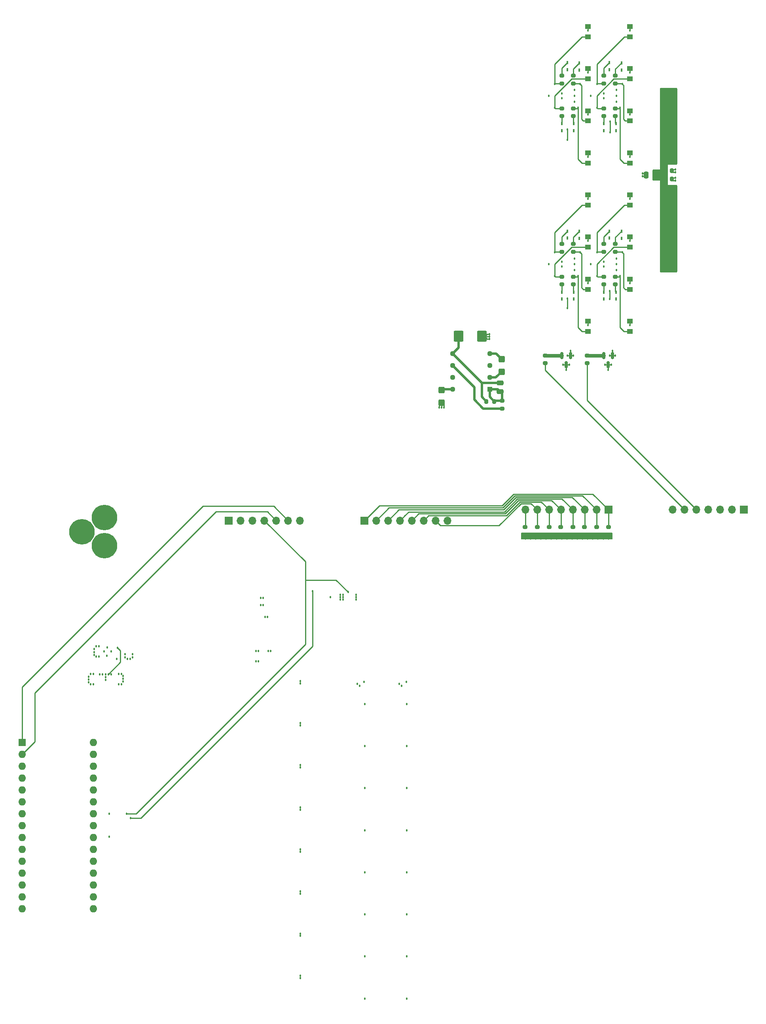
<source format=gbl>
%TF.GenerationSoftware,KiCad,Pcbnew,(6.0.5)*%
%TF.CreationDate,2022-07-12T00:37:25-04:00*%
%TF.ProjectId,grouped,67726f75-7065-4642-9e6b-696361645f70,rev?*%
%TF.SameCoordinates,Original*%
%TF.FileFunction,Copper,L4,Bot*%
%TF.FilePolarity,Positive*%
%FSLAX46Y46*%
G04 Gerber Fmt 4.6, Leading zero omitted, Abs format (unit mm)*
G04 Created by KiCad (PCBNEW (6.0.5)) date 2022-07-12 00:37:25*
%MOMM*%
%LPD*%
G01*
G04 APERTURE LIST*
G04 Aperture macros list*
%AMRoundRect*
0 Rectangle with rounded corners*
0 $1 Rounding radius*
0 $2 $3 $4 $5 $6 $7 $8 $9 X,Y pos of 4 corners*
0 Add a 4 corners polygon primitive as box body*
4,1,4,$2,$3,$4,$5,$6,$7,$8,$9,$2,$3,0*
0 Add four circle primitives for the rounded corners*
1,1,$1+$1,$2,$3*
1,1,$1+$1,$4,$5*
1,1,$1+$1,$6,$7*
1,1,$1+$1,$8,$9*
0 Add four rect primitives between the rounded corners*
20,1,$1+$1,$2,$3,$4,$5,0*
20,1,$1+$1,$4,$5,$6,$7,0*
20,1,$1+$1,$6,$7,$8,$9,0*
20,1,$1+$1,$8,$9,$2,$3,0*%
G04 Aperture macros list end*
%TA.AperFunction,ComponentPad*%
%ADD10R,1.700000X1.700000*%
%TD*%
%TA.AperFunction,ComponentPad*%
%ADD11O,1.700000X1.700000*%
%TD*%
%TA.AperFunction,ComponentPad*%
%ADD12R,1.600000X1.600000*%
%TD*%
%TA.AperFunction,ComponentPad*%
%ADD13O,1.600000X1.600000*%
%TD*%
%TA.AperFunction,ComponentPad*%
%ADD14R,1.130000X1.130000*%
%TD*%
%TA.AperFunction,ComponentPad*%
%ADD15C,1.130000*%
%TD*%
%TA.AperFunction,ComponentPad*%
%ADD16C,5.460000*%
%TD*%
%TA.AperFunction,SMDPad,CuDef*%
%ADD17R,1.250000X1.000000*%
%TD*%
%TA.AperFunction,SMDPad,CuDef*%
%ADD18RoundRect,0.200000X0.275000X-0.200000X0.275000X0.200000X-0.275000X0.200000X-0.275000X-0.200000X0*%
%TD*%
%TA.AperFunction,SMDPad,CuDef*%
%ADD19R,0.420000X0.640000*%
%TD*%
%TA.AperFunction,SMDPad,CuDef*%
%ADD20RoundRect,0.250000X-0.250000X-0.475000X0.250000X-0.475000X0.250000X0.475000X-0.250000X0.475000X0*%
%TD*%
%TA.AperFunction,SMDPad,CuDef*%
%ADD21RoundRect,0.250000X0.475000X-0.250000X0.475000X0.250000X-0.475000X0.250000X-0.475000X-0.250000X0*%
%TD*%
%TA.AperFunction,SMDPad,CuDef*%
%ADD22RoundRect,0.200000X-0.275000X0.200000X-0.275000X-0.200000X0.275000X-0.200000X0.275000X0.200000X0*%
%TD*%
%TA.AperFunction,SMDPad,CuDef*%
%ADD23RoundRect,0.200000X-0.200000X-0.275000X0.200000X-0.275000X0.200000X0.275000X-0.200000X0.275000X0*%
%TD*%
%TA.AperFunction,SMDPad,CuDef*%
%ADD24RoundRect,0.150000X-0.150000X0.587500X-0.150000X-0.587500X0.150000X-0.587500X0.150000X0.587500X0*%
%TD*%
%TA.AperFunction,SMDPad,CuDef*%
%ADD25RoundRect,0.200000X0.200000X0.275000X-0.200000X0.275000X-0.200000X-0.275000X0.200000X-0.275000X0*%
%TD*%
%TA.AperFunction,SMDPad,CuDef*%
%ADD26RoundRect,0.250000X0.425000X-0.450000X0.425000X0.450000X-0.425000X0.450000X-0.425000X-0.450000X0*%
%TD*%
%TA.AperFunction,SMDPad,CuDef*%
%ADD27RoundRect,0.250000X-0.425000X0.450000X-0.425000X-0.450000X0.425000X-0.450000X0.425000X0.450000X0*%
%TD*%
%TA.AperFunction,SMDPad,CuDef*%
%ADD28RoundRect,0.250000X0.787500X0.925000X-0.787500X0.925000X-0.787500X-0.925000X0.787500X-0.925000X0*%
%TD*%
%TA.AperFunction,ViaPad*%
%ADD29C,0.457200*%
%TD*%
%TA.AperFunction,ViaPad*%
%ADD30C,0.457000*%
%TD*%
%TA.AperFunction,Conductor*%
%ADD31C,0.254000*%
%TD*%
%TA.AperFunction,Conductor*%
%ADD32C,0.508000*%
%TD*%
%TA.AperFunction,Conductor*%
%ADD33C,0.762000*%
%TD*%
G04 APERTURE END LIST*
D10*
X255200000Y-206100000D03*
D11*
X257740000Y-206100000D03*
X260280000Y-206100000D03*
X262820000Y-206100000D03*
X265360000Y-206100000D03*
X267900000Y-206100000D03*
X270440000Y-206100000D03*
X272980000Y-206100000D03*
D10*
X307421751Y-203800000D03*
D11*
X304881751Y-203800000D03*
X302341751Y-203800000D03*
X299801751Y-203800000D03*
X297261751Y-203800000D03*
X294721751Y-203800000D03*
X292181751Y-203800000D03*
X289641751Y-203800000D03*
D10*
X336421751Y-203800000D03*
D11*
X333881751Y-203800000D03*
X331341751Y-203800000D03*
X328801751Y-203800000D03*
X326261751Y-203800000D03*
X323721751Y-203800000D03*
X321181751Y-203800000D03*
D12*
X181935028Y-253550000D03*
D13*
X181935028Y-256090000D03*
X181935028Y-258630000D03*
X181935028Y-261170000D03*
X181935028Y-263710000D03*
X181935028Y-266250000D03*
X181935028Y-268790000D03*
X181935028Y-271330000D03*
X181935028Y-273870000D03*
X181935028Y-276410000D03*
X181935028Y-278950000D03*
X181935028Y-281490000D03*
X181935028Y-284030000D03*
X181935028Y-286570000D03*
X181935028Y-289110000D03*
X197175028Y-289110000D03*
X197175028Y-286570000D03*
X197175028Y-284030000D03*
X197175028Y-281490000D03*
X197175028Y-278950000D03*
X197175028Y-276410000D03*
X197175028Y-273870000D03*
X197175028Y-271330000D03*
X197175028Y-268790000D03*
X197175028Y-266250000D03*
X197175028Y-263710000D03*
X197175028Y-261170000D03*
X197175028Y-258630000D03*
X197175028Y-256090000D03*
X197175028Y-253550000D03*
D10*
X226200000Y-206100000D03*
D11*
X228740000Y-206100000D03*
X231280000Y-206100000D03*
X233820000Y-206100000D03*
X236360000Y-206100000D03*
X238900000Y-206100000D03*
X241440000Y-206100000D03*
D14*
X282021751Y-178020000D03*
D15*
X282021751Y-175480000D03*
X282021751Y-172940000D03*
X282021751Y-170400000D03*
X274081751Y-170400000D03*
X274081751Y-172940000D03*
X274081751Y-175480000D03*
X274081751Y-178020000D03*
D16*
X199620000Y-211450000D03*
X194720000Y-208500000D03*
X199620000Y-205450000D03*
D17*
X303041751Y-100460000D03*
X303041751Y-102660000D03*
D18*
X297421751Y-112625000D03*
X297421751Y-110975000D03*
D19*
X306421751Y-158750000D03*
X306421751Y-157250000D03*
D18*
X307421751Y-209125000D03*
X307421751Y-207475000D03*
D19*
X297421751Y-122750000D03*
X297421751Y-121250000D03*
D18*
X297221751Y-209125000D03*
X297221751Y-207475000D03*
D19*
X300021751Y-158750000D03*
X300021751Y-157250000D03*
X310221751Y-145750000D03*
X310221751Y-144250000D03*
D17*
X303041751Y-163460000D03*
X303041751Y-165660000D03*
D20*
X315471751Y-132200000D03*
X317371751Y-132200000D03*
D21*
X284251751Y-178560000D03*
X284251751Y-176660000D03*
D17*
X312041751Y-163460000D03*
X312041751Y-165660000D03*
D22*
X293871751Y-170800000D03*
X293871751Y-172450000D03*
D17*
X303041751Y-136460000D03*
X303041751Y-138660000D03*
D19*
X309021751Y-158750000D03*
X309021751Y-157250000D03*
D17*
X303041751Y-127460000D03*
X303041751Y-129660000D03*
D22*
X299921751Y-117975000D03*
X299921751Y-119625000D03*
D23*
X319346751Y-131300000D03*
X320996751Y-131300000D03*
D24*
X297421751Y-170862500D03*
X299321751Y-170862500D03*
X298371751Y-172737500D03*
D22*
X299921751Y-110975000D03*
X299921751Y-112625000D03*
D17*
X312041751Y-127460000D03*
X312041751Y-129660000D03*
X303041751Y-145460000D03*
X303041751Y-147660000D03*
D22*
X308921751Y-117975000D03*
X308921751Y-119625000D03*
D18*
X306421751Y-119625000D03*
X306421751Y-117975000D03*
X304921751Y-209125000D03*
X304921751Y-207475000D03*
X306421751Y-155625000D03*
X306421751Y-153975000D03*
D22*
X302871751Y-170800000D03*
X302871751Y-172450000D03*
D19*
X306421751Y-122750000D03*
X306421751Y-121250000D03*
X297421751Y-158750000D03*
X297421751Y-157250000D03*
X298621751Y-145700000D03*
X298621751Y-144200000D03*
X310221751Y-109750000D03*
X310221751Y-108250000D03*
D17*
X303041751Y-118460000D03*
X303041751Y-120660000D03*
X312041751Y-109460000D03*
X312041751Y-111660000D03*
X312041751Y-154460000D03*
X312041751Y-156660000D03*
D18*
X292221751Y-209125000D03*
X292221751Y-207475000D03*
X299821751Y-209125000D03*
X299821751Y-207475000D03*
D22*
X299921751Y-146975000D03*
X299921751Y-148625000D03*
X299921751Y-153975000D03*
X299921751Y-155625000D03*
D18*
X297421751Y-155625000D03*
X297421751Y-153975000D03*
D25*
X282976751Y-180610000D03*
X281326751Y-180610000D03*
D18*
X302321751Y-209125000D03*
X302321751Y-207475000D03*
X294721751Y-209125000D03*
X294721751Y-207475000D03*
D19*
X298621751Y-109700000D03*
X298621751Y-108200000D03*
X307621751Y-109700000D03*
X307621751Y-108200000D03*
X307621751Y-145700000D03*
X307621751Y-144200000D03*
D22*
X308921751Y-110975000D03*
X308921751Y-112625000D03*
D19*
X301221751Y-109750000D03*
X301221751Y-108250000D03*
X301221751Y-145750000D03*
X301221751Y-144250000D03*
D26*
X284551751Y-174260000D03*
X284551751Y-171560000D03*
D22*
X308921751Y-153975000D03*
X308921751Y-155625000D03*
D17*
X312041751Y-136460000D03*
X312041751Y-138660000D03*
D22*
X284651751Y-180485000D03*
X284651751Y-182135000D03*
D27*
X271751751Y-178160000D03*
X271751751Y-180860000D03*
D25*
X320996751Y-133060000D03*
X319346751Y-133060000D03*
D18*
X306421751Y-148625000D03*
X306421751Y-146975000D03*
D17*
X303041751Y-154460000D03*
X303041751Y-156660000D03*
X312041751Y-145460000D03*
X312041751Y-147660000D03*
D18*
X297421751Y-119625000D03*
X297421751Y-117975000D03*
D17*
X303041751Y-109460000D03*
X303041751Y-111660000D03*
D18*
X306421751Y-112625000D03*
X306421751Y-110975000D03*
D17*
X312041751Y-118460000D03*
X312041751Y-120660000D03*
D28*
X280314251Y-166710000D03*
X275389251Y-166710000D03*
D22*
X308921751Y-146975000D03*
X308921751Y-148625000D03*
D17*
X312041751Y-100460000D03*
X312041751Y-102660000D03*
D19*
X300021751Y-122750000D03*
X300021751Y-121250000D03*
D18*
X297421751Y-148625000D03*
X297421751Y-146975000D03*
D19*
X309021751Y-122750000D03*
X309021751Y-121250000D03*
D24*
X306421751Y-170862500D03*
X308321751Y-170862500D03*
X307371751Y-172737500D03*
D18*
X289621751Y-209125000D03*
X289621751Y-207475000D03*
D29*
X197200000Y-238900000D03*
X204000000Y-234700000D03*
X205600000Y-235300000D03*
X234617500Y-233970500D03*
X197800000Y-235200000D03*
X203600000Y-239300000D03*
X203200000Y-241100000D03*
X196600000Y-241100000D03*
X197400000Y-233600000D03*
X234455000Y-226700000D03*
X197200000Y-241100000D03*
X233955000Y-226700000D03*
X202600000Y-241100000D03*
X250055000Y-222000000D03*
X196200000Y-240100000D03*
X196200000Y-239500000D03*
X203600000Y-239900000D03*
X250655000Y-222000000D03*
X197400000Y-234800000D03*
X203600000Y-240500000D03*
X202600000Y-238900000D03*
X262655000Y-241000000D03*
X247955000Y-222500000D03*
X198400000Y-235200000D03*
X250655000Y-222500000D03*
X196600000Y-238900000D03*
X250055000Y-222500000D03*
X263155000Y-241400000D03*
X204000000Y-235300000D03*
X205100000Y-235700000D03*
X250055000Y-223000000D03*
X197400000Y-234200000D03*
X254155000Y-241400000D03*
X203200000Y-238900000D03*
X253655000Y-241000000D03*
X197800000Y-233000000D03*
X202200000Y-235700000D03*
X196200000Y-240700000D03*
X250655000Y-223000000D03*
X204500000Y-235700000D03*
X205600000Y-234700000D03*
X235117500Y-233970500D03*
X198400000Y-233000000D03*
X244100000Y-221200000D03*
X205200000Y-269700000D03*
X204300000Y-268800000D03*
X251700000Y-221400000D03*
X241455000Y-294400000D03*
X241455000Y-240900000D03*
X199200000Y-239000000D03*
X241455000Y-249400000D03*
X200600000Y-273700000D03*
X202400000Y-233300000D03*
X253455000Y-222500000D03*
X241455000Y-276400000D03*
X241455000Y-303400000D03*
X253455000Y-222000000D03*
X199800000Y-239600000D03*
X241455000Y-267900000D03*
X241455000Y-303900000D03*
X253455000Y-223000000D03*
X241455000Y-258900000D03*
X241455000Y-240400000D03*
X241455000Y-285900000D03*
X241455000Y-285400000D03*
X199800000Y-239000000D03*
X241455000Y-249900000D03*
X241455000Y-267400000D03*
X198600000Y-239000000D03*
X200400000Y-239000000D03*
X199800000Y-240200000D03*
X201000000Y-239000000D03*
X241455000Y-294900000D03*
X241455000Y-276900000D03*
X200600000Y-268800000D03*
X241455000Y-258400000D03*
X255255000Y-245300000D03*
X255255000Y-290300000D03*
X255255000Y-281300000D03*
X255255000Y-263300000D03*
X255255000Y-272300000D03*
X255255000Y-299300000D03*
X255255000Y-254300000D03*
X255255000Y-308300000D03*
X255155000Y-240600000D03*
D30*
X308921751Y-170800000D03*
X308321751Y-169800000D03*
X307721751Y-170800000D03*
D29*
X309171751Y-115300000D03*
X309171751Y-151300000D03*
D30*
X299284251Y-169804627D03*
X299884251Y-170804627D03*
X298684251Y-170804627D03*
D29*
X300171751Y-151300000D03*
X300171751Y-115300000D03*
X264255000Y-263300000D03*
X264255000Y-299300000D03*
X264255000Y-254300000D03*
X264255000Y-245300000D03*
X264255000Y-272300000D03*
X264255000Y-308300000D03*
X264155000Y-240600000D03*
X264255000Y-290300000D03*
X264255000Y-281300000D03*
X200150000Y-233200000D03*
X233500000Y-222600000D03*
X232517500Y-233970500D03*
X233000000Y-224200000D03*
X201000000Y-234100000D03*
X232517500Y-236170500D03*
X233000000Y-222600000D03*
X200100000Y-235000000D03*
X232017500Y-236170500D03*
X232017500Y-233970500D03*
X199500000Y-234100000D03*
X233500000Y-224200000D03*
D30*
X300021751Y-158800000D03*
X309021751Y-158800000D03*
X307721751Y-158700000D03*
X310221751Y-145800000D03*
X307721751Y-157000000D03*
X301221751Y-145800000D03*
X297421751Y-158800000D03*
X306421751Y-158800000D03*
X298621751Y-160700000D03*
X307621751Y-145800000D03*
X298621751Y-158600000D03*
X298621751Y-145800000D03*
X300021751Y-122800000D03*
X309021751Y-122800000D03*
X301221751Y-109800000D03*
X307821751Y-120800000D03*
X307821751Y-123100000D03*
X310221751Y-109800000D03*
X297421751Y-122800000D03*
X306421751Y-122800000D03*
X298621751Y-124700000D03*
X298621751Y-109800000D03*
X298621751Y-122500000D03*
X307621751Y-109800000D03*
D29*
X312021751Y-110300000D03*
X321721751Y-131600000D03*
X299651751Y-209900000D03*
X303021751Y-128300000D03*
D30*
X271721751Y-181900000D03*
D29*
X290771751Y-209900000D03*
X300761751Y-209900000D03*
X303021751Y-164300000D03*
X312021751Y-101300000D03*
X303021751Y-155300000D03*
D30*
X281996751Y-167265000D03*
D29*
X303021751Y-119300000D03*
X312021751Y-137300000D03*
X296321751Y-209900000D03*
X291881751Y-209900000D03*
D30*
X272221751Y-181900000D03*
D29*
X303021751Y-146300000D03*
X303021751Y-137300000D03*
X297431751Y-209900000D03*
X314696751Y-132500000D03*
X298541751Y-209900000D03*
X304091751Y-209900000D03*
X306311751Y-209900000D03*
X312021751Y-119300000D03*
X303021751Y-101300000D03*
X294101751Y-209900000D03*
X312021751Y-128300000D03*
X302981751Y-209900000D03*
X303021751Y-110300000D03*
X301871751Y-209900000D03*
X312021751Y-164300000D03*
X312021751Y-155300000D03*
D30*
X281996751Y-166765000D03*
D29*
X289661751Y-209900000D03*
X321721751Y-131000000D03*
D30*
X271221751Y-181900000D03*
D29*
X314696751Y-131900000D03*
D30*
X281996751Y-166265000D03*
D29*
X295211751Y-209900000D03*
X307421751Y-209900000D03*
X305201751Y-209900000D03*
X292991751Y-209900000D03*
X312021751Y-146300000D03*
X306721751Y-172750000D03*
X321721751Y-132800000D03*
X308021751Y-172750000D03*
X297740501Y-172750000D03*
X321721751Y-133400000D03*
X298390501Y-173850000D03*
X307371751Y-173850000D03*
X299040501Y-172750000D03*
X320271751Y-114900000D03*
X321021751Y-115700000D03*
X306421751Y-150800000D03*
X306421751Y-115800000D03*
X320271751Y-150900000D03*
X321021751Y-116450000D03*
X318771751Y-116450000D03*
X300171751Y-116550000D03*
X320271751Y-115700000D03*
X300171751Y-152550000D03*
X297421751Y-151800000D03*
X321771751Y-115700000D03*
X320271751Y-152450000D03*
X320271751Y-116450000D03*
X318771751Y-114100000D03*
X321021751Y-151700000D03*
X320271751Y-114100000D03*
X309171751Y-116550000D03*
X321771751Y-114100000D03*
X309171751Y-152550000D03*
X309171751Y-114050000D03*
X319521751Y-116450000D03*
X321021751Y-150900000D03*
X321021751Y-152450000D03*
X319521751Y-115700000D03*
X318771751Y-114900000D03*
X321021751Y-150100000D03*
X318771751Y-115700000D03*
X309171751Y-150050000D03*
X321021751Y-114100000D03*
X319521751Y-114900000D03*
X318771751Y-152450000D03*
X321771751Y-152450000D03*
X300171751Y-114050000D03*
X319521751Y-150100000D03*
X321021751Y-114900000D03*
X318771751Y-150900000D03*
X297421751Y-150800000D03*
X319521751Y-151700000D03*
X321771751Y-150900000D03*
X320271751Y-151700000D03*
X318771751Y-150100000D03*
X319521751Y-152450000D03*
X306421751Y-151800000D03*
X321771751Y-114900000D03*
X297421751Y-114800000D03*
X319521751Y-114100000D03*
X297421751Y-115800000D03*
X321771751Y-150100000D03*
X320271751Y-150100000D03*
X318771751Y-151700000D03*
X306421751Y-114800000D03*
X319521751Y-150900000D03*
X300171751Y-150050000D03*
X321771751Y-116450000D03*
X321771751Y-151700000D03*
X304959751Y-153840000D03*
D30*
X309921751Y-117800000D03*
X310383751Y-112760000D03*
D29*
X304959751Y-117840000D03*
D30*
X301383751Y-148760000D03*
X301383751Y-112760000D03*
D29*
X295959751Y-117840000D03*
X295959751Y-112760000D03*
D30*
X300921751Y-117800000D03*
D29*
X295959751Y-148760000D03*
D30*
X300921751Y-153800000D03*
D29*
X295959751Y-153840000D03*
X304959751Y-112760000D03*
X304959751Y-148760000D03*
D30*
X310383751Y-148760000D03*
X309921751Y-153800000D03*
D29*
X299921751Y-155550000D03*
X299921751Y-147050000D03*
X297421751Y-147050000D03*
X297421751Y-155550000D03*
X299921751Y-119550000D03*
X299921751Y-111050000D03*
X297421751Y-111050000D03*
X297421751Y-119550000D03*
X308921751Y-155550000D03*
X308921751Y-147050000D03*
X306421751Y-147050000D03*
X306421751Y-155550000D03*
X308921751Y-119550000D03*
X308921751Y-111050000D03*
X306421751Y-111050000D03*
X306421751Y-119550000D03*
X303671751Y-151300000D03*
X294671751Y-151300000D03*
X303671751Y-115300000D03*
X294671751Y-115300000D03*
D31*
X304067231Y-200445480D02*
X307421751Y-203800000D01*
X287154520Y-200445480D02*
X304067231Y-200445480D01*
X284700000Y-202900000D02*
X287154520Y-200445480D01*
X258400000Y-202900000D02*
X284700000Y-202900000D01*
X255200000Y-206100000D02*
X258400000Y-202900000D01*
X287412100Y-200787900D02*
X301869651Y-200787900D01*
X284857580Y-203342420D02*
X287412100Y-200787900D01*
X301869651Y-200787900D02*
X304881751Y-203800000D01*
X260497580Y-203342420D02*
X284857580Y-203342420D01*
X257740000Y-206100000D02*
X260497580Y-203342420D01*
X287669680Y-201130320D02*
X299672071Y-201130320D01*
X262580000Y-203800000D02*
X285000000Y-203800000D01*
X299672071Y-201130320D02*
X302341751Y-203800000D01*
X260280000Y-206100000D02*
X262580000Y-203800000D01*
X285000000Y-203800000D02*
X287669680Y-201130320D01*
X287927260Y-201472740D02*
X297474491Y-201472740D01*
X264657580Y-204242420D02*
X285157580Y-204242420D01*
X263885411Y-205014589D02*
X264657580Y-204242420D01*
X263885411Y-205034589D02*
X263885411Y-205014589D01*
X297474491Y-201472740D02*
X299801751Y-203800000D01*
X262820000Y-206100000D02*
X263885411Y-205034589D01*
X285157580Y-204242420D02*
X287927260Y-201472740D01*
X293079331Y-202157580D02*
X294721751Y-203800000D01*
X285565411Y-205034589D02*
X288442420Y-202157580D01*
X288442420Y-202157580D02*
X293079331Y-202157580D01*
X267900000Y-206100000D02*
X268965411Y-205034589D01*
X268965411Y-205034589D02*
X285565411Y-205034589D01*
X295276911Y-201815160D02*
X297261751Y-203800000D01*
X266817580Y-204642420D02*
X285357580Y-204642420D01*
X285357580Y-204642420D02*
X288184840Y-201815160D01*
X288184840Y-201815160D02*
X295276911Y-201815160D01*
X265360000Y-206100000D02*
X266817580Y-204642420D01*
X290881751Y-202500000D02*
X292181751Y-203800000D01*
X284034589Y-207165411D02*
X288700000Y-202500000D01*
X270440000Y-206100000D02*
X271505411Y-207165411D01*
X271505411Y-207165411D02*
X284034589Y-207165411D01*
X288700000Y-202500000D02*
X290881751Y-202500000D01*
X181935028Y-241719972D02*
X220655000Y-203000000D01*
X181935028Y-253550000D02*
X181935028Y-241719972D01*
X235800000Y-203000000D02*
X238900000Y-206100000D01*
X220655000Y-203000000D02*
X235800000Y-203000000D01*
X234460000Y-204200000D02*
X236360000Y-206100000D01*
X223455000Y-204200000D02*
X234460000Y-204200000D01*
X181935028Y-256090000D02*
X184655000Y-253370028D01*
X184655000Y-243000000D02*
X223455000Y-204200000D01*
X184655000Y-253370028D02*
X184655000Y-243000000D01*
X205200000Y-269700000D02*
X207355000Y-269700000D01*
X244100000Y-232955000D02*
X244100000Y-221200000D01*
X207355000Y-269700000D02*
X244100000Y-232955000D01*
X206355000Y-268800000D02*
X242600000Y-232555000D01*
X242600000Y-232555000D02*
X242600000Y-218800000D01*
X251700000Y-221372500D02*
X249127500Y-218800000D01*
X251700000Y-221400000D02*
X251700000Y-221372500D01*
X242600000Y-214880000D02*
X233820000Y-206100000D01*
X249127500Y-218800000D02*
X242600000Y-218800000D01*
X204300000Y-268800000D02*
X206355000Y-268800000D01*
X242600000Y-218800000D02*
X242600000Y-214880000D01*
X203000000Y-236400000D02*
X203000000Y-233900000D01*
X203000000Y-233900000D02*
X202400000Y-233300000D01*
X200400000Y-239000000D02*
X203000000Y-236400000D01*
X308921751Y-170800000D02*
X308384251Y-170800000D01*
X308259251Y-170800000D02*
X308321751Y-170862500D01*
X307721751Y-170800000D02*
X308259251Y-170800000D01*
X308321751Y-169800000D02*
X308321751Y-170862500D01*
X308384251Y-170800000D02*
X308321751Y-170862500D01*
X299221751Y-170804627D02*
X299284251Y-170867127D01*
X299346751Y-170804627D02*
X299284251Y-170867127D01*
X298684251Y-170804627D02*
X299221751Y-170804627D01*
X299284251Y-169804627D02*
X299284251Y-170867127D01*
X299884251Y-170804627D02*
X299346751Y-170804627D01*
X307421751Y-203800000D02*
X307421751Y-207475000D01*
X304881751Y-203800000D02*
X304881751Y-207475000D01*
X307721751Y-157000000D02*
X307721751Y-158700000D01*
X302341751Y-203800000D02*
X302341751Y-207475000D01*
X299801751Y-203800000D02*
X299801751Y-207475000D01*
X298621751Y-158600000D02*
X298621751Y-160700000D01*
X297261751Y-203800000D02*
X297261751Y-207475000D01*
X307821751Y-120800000D02*
X307821751Y-123100000D01*
X294721751Y-203800000D02*
X294721751Y-207475000D01*
X292181751Y-203800000D02*
X292181751Y-207475000D01*
X289641751Y-203800000D02*
X289641751Y-207475000D01*
X298621751Y-122500000D02*
X298621751Y-124700000D01*
X302871751Y-172450000D02*
X302871751Y-180410000D01*
X302871751Y-180410000D02*
X326261751Y-203800000D01*
X293871751Y-172450000D02*
X293871751Y-173950000D01*
X293871751Y-173950000D02*
X323721751Y-203800000D01*
X303021751Y-128300000D02*
X303021751Y-127480000D01*
X281426751Y-166265000D02*
X280956751Y-166735000D01*
X312021751Y-154480000D02*
X312041751Y-154460000D01*
X312021751Y-109480000D02*
X312041751Y-109460000D01*
X303021751Y-154480000D02*
X303041751Y-154460000D01*
X303021751Y-118480000D02*
X303041751Y-118460000D01*
X303021751Y-101300000D02*
X303021751Y-100480000D01*
X312021751Y-119300000D02*
X312021751Y-118480000D01*
X272221751Y-181330000D02*
X271751751Y-180860000D01*
X314696751Y-132500000D02*
X315121751Y-132500000D01*
X303021751Y-164300000D02*
X303021751Y-163480000D01*
X321721751Y-131000000D02*
X321296751Y-131000000D01*
X312021751Y-137300000D02*
X312021751Y-136480000D01*
X303021751Y-137300000D02*
X303021751Y-136480000D01*
X281996751Y-166265000D02*
X281426751Y-166265000D01*
X312021751Y-118480000D02*
X312041751Y-118460000D01*
X271221751Y-181390000D02*
X271751751Y-180860000D01*
X312021751Y-127480000D02*
X312041751Y-127460000D01*
X303021751Y-127480000D02*
X303041751Y-127460000D01*
X314696751Y-131900000D02*
X315121751Y-131900000D01*
X303021751Y-163480000D02*
X303041751Y-163460000D01*
X312021751Y-145480000D02*
X312041751Y-145460000D01*
X271721751Y-181900000D02*
X271721751Y-180890000D01*
X312021751Y-110300000D02*
X312021751Y-109480000D01*
X303021751Y-145480000D02*
X303041751Y-145460000D01*
X312021751Y-164300000D02*
X312021751Y-163480000D01*
X303021751Y-109480000D02*
X303041751Y-109460000D01*
X281996751Y-166765000D02*
X280986751Y-166765000D01*
X321296751Y-131600000D02*
X320996751Y-131300000D01*
X312021751Y-163480000D02*
X312041751Y-163460000D01*
X303021751Y-100480000D02*
X303041751Y-100460000D01*
X312021751Y-146300000D02*
X312021751Y-145480000D01*
X312021751Y-155300000D02*
X312021751Y-154480000D01*
X315121751Y-131900000D02*
X315421751Y-132200000D01*
X303021751Y-136480000D02*
X303041751Y-136460000D01*
X272221751Y-181900000D02*
X272221751Y-181330000D01*
X312021751Y-128300000D02*
X312021751Y-127480000D01*
X271221751Y-181900000D02*
X271221751Y-181390000D01*
X303021751Y-146300000D02*
X303021751Y-145480000D01*
X303021751Y-110300000D02*
X303021751Y-109480000D01*
X303021751Y-119300000D02*
X303021751Y-118480000D01*
X315121751Y-132500000D02*
X315421751Y-132200000D01*
X281486751Y-167265000D02*
X280956751Y-166735000D01*
X312021751Y-101300000D02*
X312021751Y-100480000D01*
X303021751Y-155300000D02*
X303021751Y-154480000D01*
X321296751Y-131000000D02*
X320996751Y-131300000D01*
X321721751Y-131600000D02*
X321296751Y-131600000D01*
X281996751Y-167265000D02*
X281486751Y-167265000D01*
X312021751Y-100480000D02*
X312041751Y-100460000D01*
X312021751Y-136480000D02*
X312041751Y-136460000D01*
X280986751Y-166765000D02*
X280956751Y-166735000D01*
X271721751Y-180890000D02*
X271751751Y-180860000D01*
X321721751Y-133400000D02*
X321336751Y-133400000D01*
X306721751Y-172750000D02*
X307359251Y-172750000D01*
X298403001Y-172750000D02*
X298390501Y-172737500D01*
X321721751Y-132800000D02*
X321256751Y-132800000D01*
D32*
X271891751Y-178020000D02*
X271751751Y-178160000D01*
D31*
X298390501Y-173850000D02*
X298390501Y-172737500D01*
X307384251Y-172750000D02*
X307371751Y-172737500D01*
D32*
X274081751Y-178020000D02*
X271891751Y-178020000D01*
D31*
X307371751Y-173850000D02*
X307371751Y-172737500D01*
X321336751Y-133400000D02*
X320996751Y-133060000D01*
X297740501Y-172750000D02*
X298378001Y-172750000D01*
X299040501Y-172750000D02*
X298403001Y-172750000D01*
X307359251Y-172750000D02*
X307371751Y-172737500D01*
X298378001Y-172750000D02*
X298390501Y-172737500D01*
X321256751Y-132800000D02*
X320996751Y-133060000D01*
X308021751Y-172750000D02*
X307384251Y-172750000D01*
X312041751Y-147660000D02*
X308561751Y-147660000D01*
X304959751Y-151262000D02*
X304959751Y-153840000D01*
X306421751Y-153975000D02*
X305094751Y-153975000D01*
X308561751Y-147660000D02*
X304959751Y-151262000D01*
X305094751Y-153975000D02*
X304959751Y-153840000D01*
X310781751Y-129660000D02*
X309921751Y-128800000D01*
X312041751Y-129660000D02*
X310781751Y-129660000D01*
X308921751Y-117975000D02*
X309746751Y-117975000D01*
X309746751Y-117975000D02*
X309921751Y-117800000D01*
X309921751Y-128800000D02*
X309921751Y-117800000D01*
X311031751Y-120660000D02*
X310671751Y-120300000D01*
X310248751Y-112625000D02*
X310383751Y-112760000D01*
X308921751Y-112625000D02*
X310248751Y-112625000D01*
X312041751Y-120660000D02*
X311031751Y-120660000D01*
X310671751Y-120300000D02*
X310671751Y-113048000D01*
X310671751Y-113048000D02*
X310383751Y-112760000D01*
X308561751Y-111660000D02*
X304959751Y-115262000D01*
X305094751Y-117975000D02*
X304959751Y-117840000D01*
X306421751Y-117975000D02*
X305094751Y-117975000D01*
X304959751Y-115262000D02*
X304959751Y-117840000D01*
X312041751Y-111660000D02*
X308561751Y-111660000D01*
X301671751Y-149048000D02*
X301383751Y-148760000D01*
X303041751Y-156660000D02*
X302031751Y-156660000D01*
X301248751Y-148625000D02*
X301383751Y-148760000D01*
X301671751Y-156300000D02*
X301671751Y-149048000D01*
X302031751Y-156660000D02*
X301671751Y-156300000D01*
X299921751Y-148625000D02*
X301248751Y-148625000D01*
X299921751Y-112625000D02*
X301248751Y-112625000D01*
X303041751Y-120660000D02*
X302031751Y-120660000D01*
X302031751Y-120660000D02*
X301671751Y-120300000D01*
X301248751Y-112625000D02*
X301383751Y-112760000D01*
X301671751Y-113048000D02*
X301383751Y-112760000D01*
X301671751Y-120300000D02*
X301671751Y-113048000D01*
X303041751Y-111660000D02*
X299561751Y-111660000D01*
X295959751Y-115262000D02*
X295959751Y-117840000D01*
X296094751Y-117975000D02*
X295959751Y-117840000D01*
X299561751Y-111660000D02*
X295959751Y-115262000D01*
X297421751Y-117975000D02*
X296094751Y-117975000D01*
D33*
X302871751Y-170800000D02*
X306359251Y-170800000D01*
X306359251Y-170800000D02*
X306421751Y-170862500D01*
X297359251Y-170800000D02*
X297421751Y-170862500D01*
X293871751Y-170800000D02*
X297359251Y-170800000D01*
D31*
X295959751Y-108512000D02*
X295959751Y-112760000D01*
X296094751Y-112625000D02*
X295959751Y-112760000D01*
X301811751Y-102660000D02*
X295959751Y-108512000D01*
X297421751Y-112625000D02*
X296094751Y-112625000D01*
X303041751Y-102660000D02*
X301811751Y-102660000D01*
X300921751Y-128800000D02*
X300921751Y-117800000D01*
X303041751Y-129660000D02*
X301781751Y-129660000D01*
X299921751Y-117975000D02*
X300746751Y-117975000D01*
X301781751Y-129660000D02*
X300921751Y-128800000D01*
X300746751Y-117975000D02*
X300921751Y-117800000D01*
X297421751Y-148625000D02*
X296094751Y-148625000D01*
X296094751Y-148625000D02*
X295959751Y-148760000D01*
X301811751Y-138660000D02*
X295959751Y-144512000D01*
X303041751Y-138660000D02*
X301811751Y-138660000D01*
X295959751Y-144512000D02*
X295959751Y-148760000D01*
X299921751Y-153975000D02*
X300746751Y-153975000D01*
X301781751Y-165660000D02*
X300921751Y-164800000D01*
X300921751Y-164800000D02*
X300921751Y-153800000D01*
X303041751Y-165660000D02*
X301781751Y-165660000D01*
X300746751Y-153975000D02*
X300921751Y-153800000D01*
X296094751Y-153975000D02*
X295959751Y-153840000D01*
X303041751Y-147660000D02*
X299561751Y-147660000D01*
X295959751Y-151262000D02*
X295959751Y-153840000D01*
X299561751Y-147660000D02*
X295959751Y-151262000D01*
X297421751Y-153975000D02*
X296094751Y-153975000D01*
X312041751Y-102660000D02*
X310811751Y-102660000D01*
X305094751Y-112625000D02*
X304959751Y-112760000D01*
X310811751Y-102660000D02*
X304959751Y-108512000D01*
X304959751Y-108512000D02*
X304959751Y-112760000D01*
X306421751Y-112625000D02*
X305094751Y-112625000D01*
X310811751Y-138660000D02*
X304959751Y-144512000D01*
X305094751Y-148625000D02*
X304959751Y-148760000D01*
X312041751Y-138660000D02*
X310811751Y-138660000D01*
X304959751Y-144512000D02*
X304959751Y-148760000D01*
X306421751Y-148625000D02*
X305094751Y-148625000D01*
X312041751Y-156660000D02*
X311031751Y-156660000D01*
X310671751Y-149048000D02*
X310383751Y-148760000D01*
X311031751Y-156660000D02*
X310671751Y-156300000D01*
X310248751Y-148625000D02*
X310383751Y-148760000D01*
X308921751Y-148625000D02*
X310248751Y-148625000D01*
X310671751Y-156300000D02*
X310671751Y-149048000D01*
X312041751Y-165660000D02*
X310781751Y-165660000D01*
X308921751Y-153975000D02*
X309746751Y-153975000D01*
X310781751Y-165660000D02*
X309921751Y-164800000D01*
X309746751Y-153975000D02*
X309921751Y-153800000D01*
X309921751Y-164800000D02*
X309921751Y-153800000D01*
X299921751Y-157150000D02*
X300021751Y-157250000D01*
X299921751Y-155625000D02*
X299921751Y-157150000D01*
X299921751Y-155625000D02*
X299921751Y-155550000D01*
X299921751Y-145550000D02*
X299921751Y-146975000D01*
X301221751Y-144250000D02*
X299921751Y-145550000D01*
X298621751Y-144200000D02*
X297421751Y-145400000D01*
X297421751Y-146975000D02*
X297421751Y-147050000D01*
X297421751Y-145400000D02*
X297421751Y-146975000D01*
X297421751Y-155625000D02*
X297421751Y-157250000D01*
X297421751Y-155625000D02*
X297421751Y-155550000D01*
X299921751Y-119625000D02*
X299921751Y-119550000D01*
X299921751Y-121150000D02*
X300021751Y-121250000D01*
X299921751Y-119625000D02*
X299921751Y-121150000D01*
X299921751Y-109550000D02*
X299921751Y-110975000D01*
X301221751Y-108250000D02*
X299921751Y-109550000D01*
X299921751Y-110975000D02*
X299921751Y-111050000D01*
X297421751Y-109400000D02*
X297421751Y-110975000D01*
X298621751Y-108200000D02*
X297421751Y-109400000D01*
X297421751Y-110975000D02*
X297421751Y-111050000D01*
X297421751Y-119625000D02*
X297421751Y-121250000D01*
X297421751Y-119625000D02*
X297421751Y-119550000D01*
X308921751Y-157150000D02*
X309021751Y-157250000D01*
X308921751Y-155625000D02*
X308921751Y-157150000D01*
X308921751Y-155625000D02*
X308921751Y-155550000D01*
X308921751Y-145550000D02*
X308921751Y-146975000D01*
X310221751Y-144250000D02*
X308921751Y-145550000D01*
X308921751Y-146975000D02*
X308921751Y-147050000D01*
X306421751Y-145400000D02*
X306421751Y-146975000D01*
X306421751Y-146975000D02*
X306421751Y-147050000D01*
X307621751Y-144200000D02*
X306421751Y-145400000D01*
X306421751Y-155625000D02*
X306421751Y-157250000D01*
X306421751Y-155625000D02*
X306421751Y-155550000D01*
X308921751Y-119625000D02*
X308921751Y-119550000D01*
X308921751Y-119625000D02*
X308921751Y-121150000D01*
X308921751Y-121150000D02*
X309021751Y-121250000D01*
X308921751Y-109550000D02*
X308921751Y-110975000D01*
X310221751Y-108250000D02*
X308921751Y-109550000D01*
X308921751Y-110975000D02*
X308921751Y-111050000D01*
X306421751Y-110975000D02*
X306421751Y-111050000D01*
X306421751Y-109400000D02*
X306421751Y-110975000D01*
X307621751Y-108200000D02*
X306421751Y-109400000D01*
X306421751Y-119625000D02*
X306421751Y-121250000D01*
X306421751Y-119625000D02*
X306421751Y-119550000D01*
D32*
X275389251Y-166710000D02*
X275389251Y-169092500D01*
X275389251Y-169092500D02*
X274081751Y-170400000D01*
X280341751Y-176660000D02*
X274081751Y-170400000D01*
X280341751Y-179625000D02*
X280341751Y-176660000D01*
X284251751Y-176660000D02*
X280341751Y-176660000D01*
X281326751Y-180610000D02*
X280341751Y-179625000D01*
X284651751Y-178960000D02*
X284251751Y-178560000D01*
X282021751Y-178020000D02*
X282021751Y-179655000D01*
X284651751Y-180485000D02*
X283101751Y-180485000D01*
X282021751Y-178020000D02*
X283711751Y-178020000D01*
X284651751Y-180485000D02*
X284651751Y-178960000D01*
X282021751Y-179655000D02*
X282976751Y-180610000D01*
X283101751Y-180485000D02*
X282976751Y-180610000D01*
X283711751Y-178020000D02*
X284251751Y-178560000D01*
X278751751Y-177610000D02*
X274081751Y-172940000D01*
X280626751Y-182135000D02*
X278751751Y-180260000D01*
X284651751Y-182135000D02*
X280626751Y-182135000D01*
X278751751Y-180260000D02*
X278751751Y-177610000D01*
X283391751Y-170400000D02*
X284551751Y-171560000D01*
X282021751Y-170400000D02*
X283391751Y-170400000D01*
X282021751Y-175480000D02*
X283331751Y-175480000D01*
X283331751Y-175480000D02*
X284551751Y-174260000D01*
%TA.AperFunction,Conductor*%
G36*
X308263872Y-208720002D02*
G01*
X308310365Y-208773658D01*
X308321751Y-208826000D01*
X308321751Y-209974000D01*
X308301749Y-210042121D01*
X308248093Y-210088614D01*
X308195751Y-210100000D01*
X288847751Y-210100000D01*
X288779630Y-210079998D01*
X288733137Y-210026342D01*
X288721751Y-209974000D01*
X288721751Y-208826000D01*
X288741753Y-208757879D01*
X288795409Y-208711386D01*
X288847751Y-208700000D01*
X308195751Y-208700000D01*
X308263872Y-208720002D01*
G37*
%TD.AperFunction*%
%TA.AperFunction,Conductor*%
G36*
X321883923Y-113552421D02*
G01*
X321961976Y-113567947D01*
X322007393Y-113586759D01*
X322063046Y-113623945D01*
X322097806Y-113658705D01*
X322134992Y-113714358D01*
X322153805Y-113759777D01*
X322169330Y-113837829D01*
X322171751Y-113862410D01*
X322171751Y-129737590D01*
X322169330Y-129762171D01*
X322153805Y-129840223D01*
X322134992Y-129885642D01*
X322097807Y-129941294D01*
X322063046Y-129976055D01*
X322007393Y-130013241D01*
X321961976Y-130032053D01*
X321893627Y-130045649D01*
X321883922Y-130047579D01*
X321859341Y-130050000D01*
X320171751Y-130050000D01*
X320171751Y-134300000D01*
X321859341Y-134300000D01*
X321883923Y-134302421D01*
X321961976Y-134317947D01*
X322007393Y-134336759D01*
X322063046Y-134373945D01*
X322097806Y-134408705D01*
X322134992Y-134464358D01*
X322153805Y-134509777D01*
X322169330Y-134587829D01*
X322171751Y-134612410D01*
X322171751Y-152737590D01*
X322169330Y-152762171D01*
X322153805Y-152840223D01*
X322134992Y-152885642D01*
X322097807Y-152941294D01*
X322063046Y-152976055D01*
X322007393Y-153013241D01*
X321961976Y-153032053D01*
X321893627Y-153045649D01*
X321883922Y-153047579D01*
X321859341Y-153050000D01*
X318734161Y-153050000D01*
X318709580Y-153047579D01*
X318699876Y-153045649D01*
X318631526Y-153032053D01*
X318586109Y-153013241D01*
X318530456Y-152976055D01*
X318495695Y-152941294D01*
X318458510Y-152885642D01*
X318439697Y-152840223D01*
X318424172Y-152762171D01*
X318421751Y-152737590D01*
X318421751Y-133400000D01*
X317134161Y-133400000D01*
X317109580Y-133397579D01*
X317099875Y-133395649D01*
X317031526Y-133382053D01*
X316986109Y-133363241D01*
X316930456Y-133326055D01*
X316895695Y-133291294D01*
X316858510Y-133235642D01*
X316839697Y-133190223D01*
X316824172Y-133112171D01*
X316821751Y-133087590D01*
X316821751Y-131312410D01*
X316824172Y-131287829D01*
X316839697Y-131209777D01*
X316858510Y-131164358D01*
X316895696Y-131108705D01*
X316930456Y-131073945D01*
X316986109Y-131036759D01*
X317031526Y-131017947D01*
X317109579Y-131002421D01*
X317134161Y-131000000D01*
X318421751Y-131000000D01*
X318421751Y-113862410D01*
X318424172Y-113837829D01*
X318439697Y-113759777D01*
X318458510Y-113714358D01*
X318495696Y-113658705D01*
X318530456Y-113623945D01*
X318586109Y-113586759D01*
X318631526Y-113567947D01*
X318709579Y-113552421D01*
X318734161Y-113550000D01*
X321859341Y-113550000D01*
X321883923Y-113552421D01*
G37*
%TD.AperFunction*%
M02*

</source>
